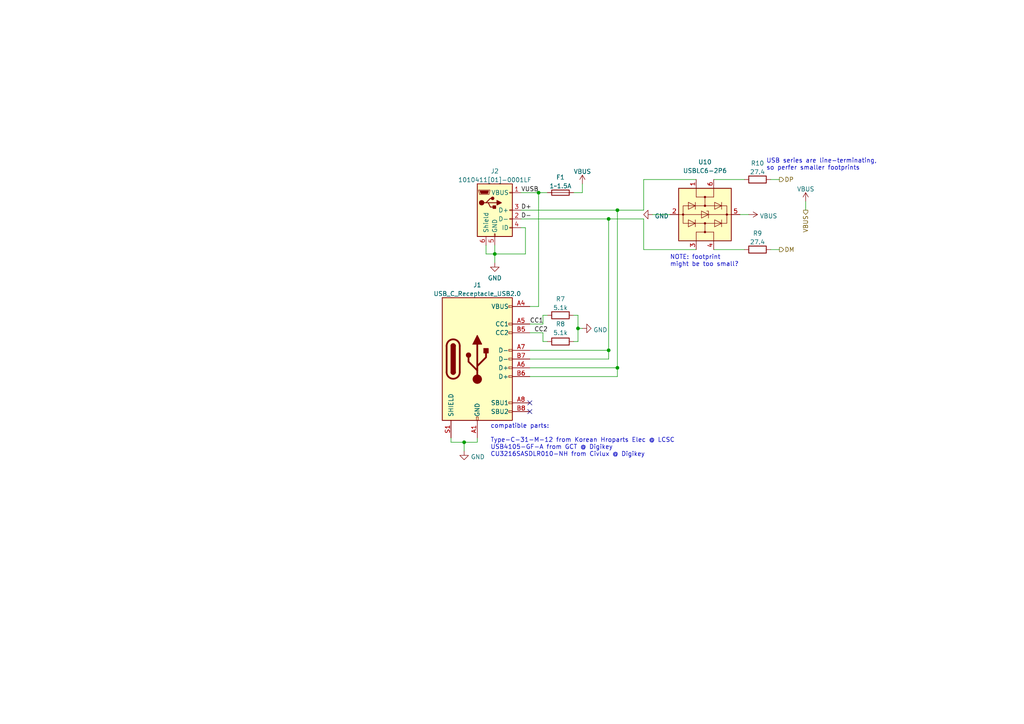
<source format=kicad_sch>
(kicad_sch (version 20211123) (generator eeschema)
  (paper "A4")
  (lib_symbols
    (symbol "Connector:USB_B_Micro" (pin_names (offset 1.016))
      (property "Reference" "J" (at -5.08 11.43 0))
      (property "Value" "USB_B_Micro" (at -5.08 8.89 0))
      (symbol "USB_B_Micro_0_1"
        (rectangle (start -5.08 -7.62) (end 5.08 7.62) (stroke (width 0.254)) (fill (type background)))
        (circle (center -3.81 2.159) (radius 0.635) (stroke (width 0.254)) (fill (type outline)))
        (circle (center -0.635 3.429) (radius 0.381) (stroke (width 0.254)) (fill (type outline)))
        (rectangle (start -0.127 -7.62) (end 0.127 -6.858))
        (polyline (pts (xy -1.905 2.159) (xy 0.635 2.159)) (stroke (width 0.254)))
        (polyline (pts (xy -3.175 2.159) (xy -2.54 2.159) (xy -1.27 3.429) (xy -0.635 3.429)) (stroke (width 0.254)))
        (polyline (pts (xy -2.54 2.159) (xy -1.905 2.159) (xy -1.27 0.889) (xy 0 0.889)) (stroke (width 0.254)))
        (polyline (pts (xy 0.635 2.794) (xy 0.635 1.524) (xy 1.905 2.159) (xy 0.635 2.794)) (stroke (width 0.254)) (fill (type outline)))
        (polyline (pts (xy -4.318 5.588) (xy -1.778 5.588) (xy -2.032 4.826) (xy -4.064 4.826) (xy -4.318 5.588)) (fill (type outline)))
        (polyline (pts (xy -4.699 5.842) (xy -4.699 5.588) (xy -4.445 4.826) (xy -4.445 4.572) (xy -1.651 4.572) (xy -1.651 4.826) (xy -1.397 5.588) (xy -1.397 5.842) (xy -4.699 5.842)))
        (rectangle (start 0.254 1.27) (end -0.508 0.508) (stroke (width 0.254)) (fill (type outline)))
        (rectangle (start 5.08 -5.207) (end 4.318 -4.953))
        (rectangle (start 5.08 -2.667) (end 4.318 -2.413))
        (rectangle (start 5.08 -0.127) (end 4.318 0.127))
        (rectangle (start 5.08 4.953) (end 4.318 5.207))
      )
      (symbol "USB_B_Micro_1_1"
        (pin power_out line (at 7.62 5.08 180) (length 2.54) (name "VBUS") (number "1"))
        (pin bidirectional line (at 7.62 -2.54 180) (length 2.54) (name "D-") (number "2"))
        (pin bidirectional line (at 7.62 0 180) (length 2.54) (name "D+") (number "3"))
        (pin passive line (at 7.62 -5.08 180) (length 2.54) (name "ID") (number "4"))
        (pin power_out line (at 0 -10.16 90) (length 2.54) (name "GND") (number "5"))
        (pin passive line (at -2.54 -10.16 90) (length 2.54) (name "Shield") (number "6"))
      )
    )
    (symbol "Connector:USB_C_Receptacle_USB2.0" (pin_names (offset 1.016))
      (property "Reference" "J" (at -10.16 19.05 0))
      (property "Value" "USB_C_Receptacle_USB2.0" (at 19.05 19.05 0))
      (symbol "USB_C_Receptacle_USB2.0_0_0"
        (rectangle (start -0.254 -17.78) (end 0.254 -16.764))
        (rectangle (start 10.16 -14.986) (end 9.144 -15.494))
        (rectangle (start 10.16 -12.446) (end 9.144 -12.954))
        (rectangle (start 10.16 -4.826) (end 9.144 -5.334))
        (rectangle (start 10.16 -2.286) (end 9.144 -2.794))
        (rectangle (start 10.16 0.254) (end 9.144 -0.254))
        (rectangle (start 10.16 2.794) (end 9.144 2.286))
        (rectangle (start 10.16 7.874) (end 9.144 7.366))
        (rectangle (start 10.16 10.414) (end 9.144 9.906))
        (rectangle (start 10.16 15.494) (end 9.144 14.986))
      )
      (symbol "USB_C_Receptacle_USB2.0_0_1"
        (rectangle (start -10.16 17.78) (end 10.16 -17.78) (stroke (width 0.254)) (fill (type background)))
        (arc (start -8.89 -3.81) (mid -6.985 -5.715) (end -5.08 -3.81) (stroke (width 0.508)))
        (arc (start -7.62 -3.81) (mid -6.985 -4.445) (end -6.35 -3.81) (stroke (width 0.254)))
        (arc (start -7.62 -3.81) (mid -6.985 -4.445) (end -6.35 -3.81) (stroke (width 0.254)) (fill (type outline)))
        (rectangle (start -7.62 -3.81) (end -6.35 3.81) (stroke (width 0.254)) (fill (type outline)))
        (arc (start -6.35 3.81) (mid -6.985 4.445) (end -7.62 3.81) (stroke (width 0.254)))
        (arc (start -6.35 3.81) (mid -6.985 4.445) (end -7.62 3.81) (stroke (width 0.254)) (fill (type outline)))
        (arc (start -5.08 3.81) (mid -6.985 5.715) (end -8.89 3.81) (stroke (width 0.508)))
        (circle (center -2.54 1.143) (radius 0.635) (stroke (width 0.254)) (fill (type outline)))
        (circle (center 0 -5.842) (radius 1.27) (fill (type outline)))
        (polyline (pts (xy -8.89 -3.81) (xy -8.89 3.81)) (stroke (width 0.508)))
        (polyline (pts (xy -5.08 3.81) (xy -5.08 -3.81)) (stroke (width 0.508)))
        (polyline (pts (xy 0 -5.842) (xy 0 4.318)) (stroke (width 0.508)))
        (polyline (pts (xy 0 -3.302) (xy -2.54 -0.762) (xy -2.54 0.508)) (stroke (width 0.508)))
        (polyline (pts (xy 0 -2.032) (xy 2.54 0.508) (xy 2.54 1.778)) (stroke (width 0.508)))
        (polyline (pts (xy -1.27 4.318) (xy 0 6.858) (xy 1.27 4.318) (xy -1.27 4.318)) (stroke (width 0.254)) (fill (type outline)))
        (rectangle (start 1.905 1.778) (end 3.175 3.048) (stroke (width 0.254)) (fill (type outline)))
      )
      (symbol "USB_C_Receptacle_USB2.0_1_1"
        (pin passive line (at 0 -22.86 90) (length 5.08) (name "GND") (number "A1"))
        (pin passive line (at 0 -22.86 90) (length 5.08) hide (name "GND") (number "A12"))
        (pin passive line (at 15.24 15.24 180) (length 5.08) (name "VBUS") (number "A4"))
        (pin bidirectional line (at 15.24 10.16 180) (length 5.08) (name "CC1") (number "A5"))
        (pin bidirectional line (at 15.24 -2.54 180) (length 5.08) (name "D+") (number "A6"))
        (pin bidirectional line (at 15.24 2.54 180) (length 5.08) (name "D-") (number "A7"))
        (pin bidirectional line (at 15.24 -12.7 180) (length 5.08) (name "SBU1") (number "A8"))
        (pin passive line (at 15.24 15.24 180) (length 5.08) hide (name "VBUS") (number "A9"))
        (pin passive line (at 0 -22.86 90) (length 5.08) hide (name "GND") (number "B1"))
        (pin passive line (at 0 -22.86 90) (length 5.08) hide (name "GND") (number "B12"))
        (pin passive line (at 15.24 15.24 180) (length 5.08) hide (name "VBUS") (number "B4"))
        (pin bidirectional line (at 15.24 7.62 180) (length 5.08) (name "CC2") (number "B5"))
        (pin bidirectional line (at 15.24 -5.08 180) (length 5.08) (name "D+") (number "B6"))
        (pin bidirectional line (at 15.24 0 180) (length 5.08) (name "D-") (number "B7"))
        (pin bidirectional line (at 15.24 -15.24 180) (length 5.08) (name "SBU2") (number "B8"))
        (pin passive line (at 15.24 15.24 180) (length 5.08) hide (name "VBUS") (number "B9"))
        (pin passive line (at -7.62 -22.86 90) (length 5.08) (name "SHIELD") (number "S1"))
      )
    )
    (symbol "Device:Fuse" (pin_numbers hide) (pin_names (offset 0))
      (property "Reference" "F" (at 2.032 0 90))
      (property "Value" "Fuse" (at -1.905 0 90))
      (symbol "Fuse_0_1"
        (rectangle (start -0.762 -2.54) (end 0.762 2.54) (stroke (width 0.254)))
        (polyline (pts (xy 0 2.54) (xy 0 -2.54)))
      )
      (symbol "Fuse_1_1"
        (pin passive line (at 0 3.81 270) (length 1.27) (name "~") (number "1"))
        (pin passive line (at 0 -3.81 90) (length 1.27) (name "~") (number "2"))
      )
    )
    (symbol "Device:R" (pin_numbers hide) (pin_names (offset 0))
      (property "Reference" "R" (at 2.032 0 90))
      (property "Value" "R" (at 0 0 90))
      (symbol "R_0_1"
        (rectangle (start -1.016 -2.54) (end 1.016 2.54) (stroke (width 0.254)))
      )
      (symbol "R_1_1"
        (pin passive line (at 0 3.81 270) (length 1.27) (name "~") (number "1"))
        (pin passive line (at 0 -3.81 90) (length 1.27) (name "~") (number "2"))
      )
    )
    (symbol "Power_Protection:USBLC6-2P6" (pin_names hide)
      (property "Reference" "U" (at 2.54 8.89 0))
      (property "Value" "USBLC6-2P6" (at 2.54 -8.89 0))
      (symbol "USBLC6-2P6_0_1"
        (rectangle (start -7.62 -7.62) (end 7.62 7.62) (stroke (width 0.254)) (fill (type background)))
        (circle (center -5.08 0) (radius 0.254) (fill (type outline)))
        (circle (center -2.54 0) (radius 0.254) (fill (type outline)))
        (rectangle (start -2.54 6.35) (end 2.54 -6.35))
        (circle (center 0 -6.35) (radius 0.254) (fill (type outline)))
        (polyline (pts (xy -5.08 -2.54) (xy -7.62 -2.54)))
        (polyline (pts (xy -5.08 0) (xy -5.08 -2.54)))
        (polyline (pts (xy -5.08 2.54) (xy -7.62 2.54)))
        (polyline (pts (xy -1.524 -2.794) (xy -3.556 -2.794)))
        (polyline (pts (xy -1.524 4.826) (xy -3.556 4.826)))
        (polyline (pts (xy 0 -7.62) (xy 0 -6.35)))
        (polyline (pts (xy 0 -6.35) (xy 0 1.27)))
        (polyline (pts (xy 0 1.27) (xy 0 6.35)))
        (polyline (pts (xy 0 6.35) (xy 0 7.62)))
        (polyline (pts (xy 1.524 -2.794) (xy 3.556 -2.794)))
        (polyline (pts (xy 1.524 4.826) (xy 3.556 4.826)))
        (polyline (pts (xy 5.08 -2.54) (xy 7.62 -2.54)))
        (polyline (pts (xy 5.08 0) (xy 5.08 -2.54)))
        (polyline (pts (xy 5.08 2.54) (xy 7.62 2.54)))
        (polyline (pts (xy -2.54 0) (xy -5.08 0) (xy -5.08 2.54)))
        (polyline (pts (xy 2.54 0) (xy 5.08 0) (xy 5.08 2.54)))
        (polyline (pts (xy -3.556 -4.826) (xy -1.524 -4.826) (xy -2.54 -2.794) (xy -3.556 -4.826)))
        (polyline (pts (xy -3.556 2.794) (xy -1.524 2.794) (xy -2.54 4.826) (xy -3.556 2.794)))
        (polyline (pts (xy -1.016 -1.016) (xy 1.016 -1.016) (xy 0 1.016) (xy -1.016 -1.016)))
        (polyline (pts (xy 1.016 1.016) (xy 0.762 1.016) (xy -1.016 1.016) (xy -1.016 0.508)))
        (polyline (pts (xy 3.556 -4.826) (xy 1.524 -4.826) (xy 2.54 -2.794) (xy 3.556 -4.826)))
        (polyline (pts (xy 3.556 2.794) (xy 1.524 2.794) (xy 2.54 4.826) (xy 3.556 2.794)))
        (circle (center 0 6.35) (radius 0.254) (fill (type outline)))
        (circle (center 2.54 0) (radius 0.254) (fill (type outline)))
        (circle (center 5.08 0) (radius 0.254) (fill (type outline)))
      )
      (symbol "USBLC6-2P6_1_1"
        (pin passive line (at -10.16 -2.54 0) (length 2.54) (name "I/O1") (number "1"))
        (pin passive line (at 0 -10.16 90) (length 2.54) (name "GND") (number "2"))
        (pin passive line (at 10.16 -2.54 180) (length 2.54) (name "I/O2") (number "3"))
        (pin passive line (at 10.16 2.54 180) (length 2.54) (name "I/O2") (number "4"))
        (pin passive line (at 0 10.16 270) (length 2.54) (name "VBUS") (number "5"))
        (pin passive line (at -10.16 2.54 0) (length 2.54) (name "I/O1") (number "6"))
      )
    )
    (symbol "power:GND" (power) (pin_names (offset 0))
      (property "Value" "GND" (at 0 -3.81 0))
      (symbol "GND_0_1"
        (polyline (pts (xy 0 0) (xy 0 -1.27) (xy 1.27 -1.27) (xy 0 -2.54) (xy -1.27 -1.27) (xy 0 -1.27)))
      )
      (symbol "GND_1_1"
        (pin power_in line (at 0 0 270) (length 0) hide (name "GND") (number "1"))
      )
    )
    (symbol "power:VBUS" (power) (pin_names (offset 0))
      (property "Value" "VBUS" (at 0 3.81 0))
      (symbol "VBUS_0_1"
        (polyline (pts (xy -0.762 1.27) (xy 0 2.54)))
        (polyline (pts (xy 0 0) (xy 0 2.54)))
        (polyline (pts (xy 0 2.54) (xy 0.762 1.27)))
      )
      (symbol "VBUS_1_1"
        (pin power_in line (at 0 0 90) (length 0) hide (name "VBUS") (number "1"))
      )
    )
  )
  (junction (at 167.64 95.25))
  (junction (at 134.62 128.27))
  (junction (at 179.07 60.96))
  (junction (at 176.53 101.6))
  (junction (at 179.07 106.68))
  (junction (at 156.21 55.88))
  (junction (at 143.51 73.66))
  (junction (at 176.53 63.5))
  (no_connect (at 153.67 116.84))
  (no_connect (at 153.67 119.38))
  (wire (pts (xy 223.52 72.39) (xy 226.06 72.39)))
  (wire (pts (xy 214.63 62.23) (xy 217.17 62.23)))
  (wire (pts (xy 157.48 93.98) (xy 157.48 91.44)))
  (wire (pts (xy 153.67 106.68) (xy 179.07 106.68)))
  (wire (pts (xy 152.4 73.66) (xy 143.51 73.66)))
  (wire (pts (xy 134.62 128.27) (xy 134.62 130.81)))
  (wire (pts (xy 207.01 72.39) (xy 215.9 72.39)))
  (wire (pts (xy 151.13 60.96) (xy 179.07 60.96)))
  (wire (pts (xy 167.64 91.44) (xy 167.64 95.25)))
  (wire (pts (xy 207.01 52.07) (xy 215.9 52.07)))
  (wire (pts (xy 153.67 93.98) (xy 157.48 93.98)))
  (wire (pts (xy 143.51 73.66) (xy 143.51 76.2)))
  (wire (pts (xy 223.52 52.07) (xy 226.06 52.07)))
  (wire (pts (xy 186.69 72.39) (xy 201.93 72.39)))
  (wire (pts (xy 186.69 63.5) (xy 186.69 72.39)))
  (wire (pts (xy 130.81 128.27) (xy 134.62 128.27)))
  (wire (pts (xy 233.68 58.42) (xy 233.68 60.96)))
  (wire (pts (xy 152.4 66.04) (xy 152.4 73.66)))
  (wire (pts (xy 158.75 99.06) (xy 157.48 99.06)))
  (wire (pts (xy 157.48 99.06) (xy 157.48 96.52)))
  (wire (pts (xy 179.07 60.96) (xy 186.69 60.96)))
  (wire (pts (xy 140.97 71.12) (xy 140.97 73.66)))
  (wire (pts (xy 153.67 104.14) (xy 176.53 104.14)))
  (wire (pts (xy 168.91 95.25) (xy 167.64 95.25)))
  (wire (pts (xy 156.21 88.9) (xy 156.21 55.88)))
  (wire (pts (xy 168.91 53.34) (xy 168.91 55.88)))
  (wire (pts (xy 151.13 55.88) (xy 156.21 55.88)))
  (wire (pts (xy 153.67 96.52) (xy 157.48 96.52)))
  (wire (pts (xy 140.97 73.66) (xy 143.51 73.66)))
  (wire (pts (xy 166.37 91.44) (xy 167.64 91.44)))
  (wire (pts (xy 153.67 88.9) (xy 156.21 88.9)))
  (wire (pts (xy 151.13 66.04) (xy 152.4 66.04)))
  (wire (pts (xy 153.67 101.6) (xy 176.53 101.6)))
  (wire (pts (xy 166.37 55.88) (xy 168.91 55.88)))
  (wire (pts (xy 157.48 91.44) (xy 158.75 91.44)))
  (wire (pts (xy 179.07 109.22) (xy 179.07 106.68)))
  (wire (pts (xy 166.37 99.06) (xy 167.64 99.06)))
  (wire (pts (xy 186.69 60.96) (xy 186.69 52.07)))
  (wire (pts (xy 176.53 63.5) (xy 186.69 63.5)))
  (wire (pts (xy 176.53 63.5) (xy 176.53 101.6)))
  (wire (pts (xy 167.64 95.25) (xy 167.64 99.06)))
  (wire (pts (xy 130.81 127) (xy 130.81 128.27)))
  (wire (pts (xy 176.53 104.14) (xy 176.53 101.6)))
  (wire (pts (xy 151.13 63.5) (xy 176.53 63.5)))
  (wire (pts (xy 179.07 60.96) (xy 179.07 106.68)))
  (wire (pts (xy 189.23 62.23) (xy 194.31 62.23)))
  (wire (pts (xy 156.21 55.88) (xy 158.75 55.88)))
  (wire (pts (xy 134.62 128.27) (xy 138.43 128.27)))
  (wire (pts (xy 186.69 52.07) (xy 201.93 52.07)))
  (wire (pts (xy 138.43 128.27) (xy 138.43 127)))
  (wire (pts (xy 153.67 109.22) (xy 179.07 109.22)))
  (wire (pts (xy 143.51 73.66) (xy 143.51 71.12)))
  (text "compatible parts:\n\nType-C-31-M-12 from Korean Hroparts Elec @ LCSC\nUSB4105-GF-A from GCT @ Digikey\nCU3216SASDLR010-NH from Civlux @ Digikey\n\n" (at 142.24 134.62 0) (effects (font (size 1.27 1.27)) (justify left bottom)))
  (text "USB series are line-terminating,\nso perfer smaller footprints" (at 222.25 49.53 0) (effects (font (size 1.27 1.27)) (justify left bottom)))
  (text "NOTE: footprint\nmight be too small?" (at 194.31 77.47 0) (effects (font (size 1.27 1.27)) (justify left bottom)))
  (label "D+" (at 151.13 60.96 0))
  (label "CC2" (at 154.94 96.52 0))
  (label "VUSB" (at 151.13 55.88 0))
  (label "CC1" (at 153.67 93.98 0))
  (label "D-" (at 151.13 63.5 0))
  (hierarchical_label "DM" (shape output) (at 226.06 72.39 0))
  (hierarchical_label "VBUS" (shape output) (at 233.68 60.96 270))
  (hierarchical_label "DP" (shape output) (at 226.06 52.07 0))
  (symbol (lib_id "Device:R") (at 162.56 91.44 90) (unit 1)
    (property "Reference" "R7" (at 162.56 86.7242 90))
    (property "Value" "5.1k" (at 162.56 89.2611 90))
    (property "Footprint" "Resistor_SMD:R_0603_1608Metric" (effects hide))
  )
  (symbol (lib_id "Device:R") (at 219.71 72.39 90) (unit 1)
    (property "Reference" "R9" (at 219.71 67.6742 90))
    (property "Value" "27.4" (at 219.71 70.2111 90))
    (property "Footprint" "Resistor_SMD:R_0402_1005Metric" (effects hide))
  )
  (symbol (lib_id "Power_Protection:USBLC6-2P6") (at 204.47 62.23 270) (unit 1)
    (property "Reference" "U10" (at 204.47 46.99 90))
    (property "Value" "USBLC6-2P6" (at 204.47 49.5269 90))
    (property "Footprint" "Package_TO_SOT_SMD:SOT-666" (effects hide))
    (property "Datasheet" "https://www.st.com/resource/en/datasheet/usblc6-2.pdf" (effects hide))
  )
  (symbol (lib_id "power:GND") (at 189.23 62.23 270) (unit 1)
    (property "Reference" "#PWR026" (effects hide))
    (property "Value" "GND" (at 189.865 62.6638 90) (effects (justify left)))
  )
  (symbol (lib_id "Device:Fuse") (at 162.56 55.88 90) (unit 1)
    (property "Reference" "F1" (at 162.56 51.4182 90))
    (property "Value" "1~1.5A" (at 162.56 53.9551 90))
    (property "Footprint" "Fuse:Fuse_0603_1608Metric" (effects hide))
  )
  (symbol (lib_id "power:VBUS") (at 217.17 62.23 270) (unit 1)
    (property "Reference" "#PWR027" (effects hide))
    (property "Value" "VBUS" (at 220.345 62.6638 90) (effects (justify left)))
  )
  (symbol (lib_id "Connector:USB_B_Micro") (at 143.51 60.96 0) (unit 1)
    (property "Reference" "J2" (at 143.51 49.6402 0))
    (property "Value" "1010411[01]-0001LF" (at 143.51 52.1771 0))
    (property "Footprint" "Connector_USB:USB_Micro-B_Amphenol_10104110_Horizontal" (effects hide))
  )
  (symbol (lib_id "Device:R") (at 162.56 99.06 90) (mirror x) (unit 1)
    (property "Reference" "R8" (at 162.56 93.9831 90))
    (property "Value" "5.1k" (at 162.56 96.52 90))
    (property "Footprint" "Resistor_SMD:R_0603_1608Metric" (effects hide))
  )
  (symbol (lib_id "power:VBUS") (at 168.91 53.34 0) (unit 1)
    (property "Reference" "#PWR025" (effects hide))
    (property "Value" "VBUS" (at 168.91 49.7642 0))
  )
  (symbol (lib_id "Device:R") (at 219.71 52.07 90) (unit 1)
    (property "Reference" "R10" (at 219.71 47.3542 90))
    (property "Value" "27.4" (at 219.71 49.8911 90))
    (property "Footprint" "Resistor_SMD:R_0402_1005Metric" (effects hide))
  )
  (symbol (lib_id "power:VBUS") (at 233.68 58.42 0) (unit 1)
    (property "Reference" "#PWR028" (effects hide))
    (property "Value" "VBUS" (at 233.68 54.8442 0))
  )
  (symbol (lib_id "power:GND") (at 134.62 130.81 0) (unit 1)
    (property "Reference" "#PWR022" (effects hide))
    (property "Value" "GND" (at 136.525 132.5138 0) (effects (justify left)))
  )
  (symbol (lib_id "power:GND") (at 168.91 95.25 90) (unit 1)
    (property "Reference" "#PWR024" (effects hide))
    (property "Value" "GND" (at 172.085 95.6838 90) (effects (justify right)))
  )
  (symbol (lib_id "Connector:USB_C_Receptacle_USB2.0") (at 138.43 104.14 0) (unit 1)
    (property "Reference" "J1" (at 138.43 82.6602 0))
    (property "Value" "USB_C_Receptacle_USB2.0" (at 138.43 85.1971 0))
    (property "Footprint" "iCE2040:TYPE-C-31-M-12" (effects hide))
    (property "Datasheet" "https://www.usb.org/sites/default/files/documents/usb_type-c.zip" (effects hide))
  )
  (symbol (lib_id "power:GND") (at 143.51 76.2 0) (unit 1)
    (property "Reference" "#PWR023" (effects hide))
    (property "Value" "GND" (at 143.51 80.6434 0))
  )
)
</source>
